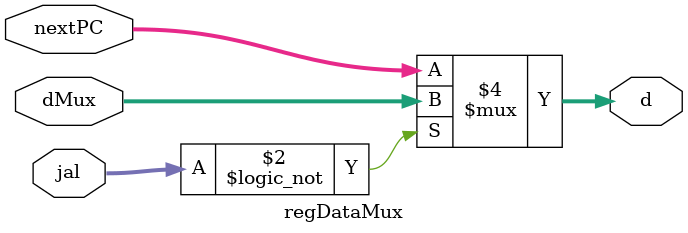
<source format=v>
`timescale 1ns / 1ps


module regDataMux(
        input [1:0] jal,
        input [31:0] nextPC,
        input [31:0] dMux,
        output reg [31:0] d
    );
    always @(*) begin
        if(jal == 1'b0) begin
            d <= dMux;
        end
        else begin
            d <= nextPC;
        end
    end
   
    
endmodule

</source>
